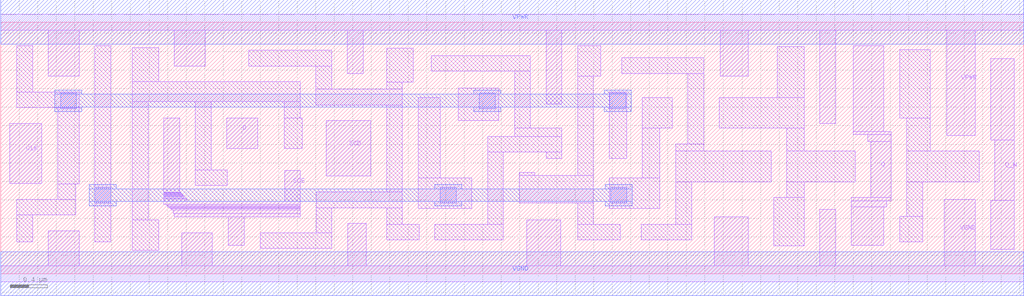
<source format=lef>
# Copyright 2020 The SkyWater PDK Authors
#
# Licensed under the Apache License, Version 2.0 (the "License");
# you may not use this file except in compliance with the License.
# You may obtain a copy of the License at
#
#     https://www.apache.org/licenses/LICENSE-2.0
#
# Unless required by applicable law or agreed to in writing, software
# distributed under the License is distributed on an "AS IS" BASIS,
# WITHOUT WARRANTIES OR CONDITIONS OF ANY KIND, either express or implied.
# See the License for the specific language governing permissions and
# limitations under the License.
#
# SPDX-License-Identifier: Apache-2.0

VERSION 5.5 ;
NAMESCASESENSITIVE ON ;
BUSBITCHARS "[]" ;
DIVIDERCHAR "/" ;
MACRO sky130_fd_sc_hd__sdfxbp_1
  CLASS CORE ;
  SOURCE USER ;
  ORIGIN  0.000000  0.000000 ;
  SIZE  11.04000 BY  2.720000 ;
  SYMMETRY X Y R90 ;
  SITE unithd ;
  PIN D
    ANTENNAGATEAREA  0.159000 ;
    DIRECTION INPUT ;
    USE SIGNAL ;
    PORT
      LAYER li1 ;
        RECT 2.440000 1.355000 2.775000 1.685000 ;
    END
  END D
  PIN Q
    ANTENNADIFFAREA  0.429000 ;
    DIRECTION OUTPUT ;
    USE SIGNAL ;
    PORT
      LAYER li1 ;
        RECT 9.180000 0.305000 9.530000 0.725000 ;
        RECT 9.180000 0.725000 9.560000 0.790000 ;
        RECT 9.180000 0.790000 9.610000 0.825000 ;
        RECT 9.200000 1.505000 9.610000 1.540000 ;
        RECT 9.200000 1.540000 9.530000 2.465000 ;
        RECT 9.355000 1.430000 9.610000 1.505000 ;
        RECT 9.390000 0.825000 9.610000 1.430000 ;
    END
  END Q
  PIN Q_N
    ANTENNADIFFAREA  0.429000 ;
    DIRECTION OUTPUT ;
    USE SIGNAL ;
    PORT
      LAYER li1 ;
        RECT 10.685000 0.265000 10.940000 0.795000 ;
        RECT 10.685000 1.445000 10.940000 2.325000 ;
        RECT 10.730000 0.795000 10.940000 1.445000 ;
    END
  END Q_N
  PIN SCD
    ANTENNAGATEAREA  0.159000 ;
    DIRECTION INPUT ;
    USE SIGNAL ;
    PORT
      LAYER li1 ;
        RECT 3.515000 1.055000 3.995000 1.655000 ;
    END
  END SCD
  PIN SCE
    ANTENNAGATEAREA  0.318000 ;
    DIRECTION INPUT ;
    USE SIGNAL ;
    PORT
      LAYER li1 ;
        RECT 1.760000 0.750000 3.235000 0.785000 ;
        RECT 1.760000 0.785000 2.010000 0.810000 ;
        RECT 1.760000 0.810000 1.990000 0.820000 ;
        RECT 1.760000 0.820000 1.975000 0.835000 ;
        RECT 1.760000 0.835000 1.970000 0.840000 ;
        RECT 1.760000 0.840000 1.965000 0.850000 ;
        RECT 1.760000 0.850000 1.960000 0.855000 ;
        RECT 1.760000 0.855000 1.955000 0.860000 ;
        RECT 1.760000 0.860000 1.950000 0.870000 ;
        RECT 1.760000 0.870000 1.945000 0.875000 ;
        RECT 1.760000 0.875000 1.940000 0.880000 ;
        RECT 1.760000 0.880000 1.930000 1.685000 ;
        RECT 1.790000 0.735000 3.235000 0.750000 ;
        RECT 1.805000 0.725000 3.235000 0.735000 ;
        RECT 1.820000 0.715000 3.235000 0.725000 ;
        RECT 1.830000 0.705000 3.235000 0.715000 ;
        RECT 1.840000 0.690000 3.235000 0.705000 ;
        RECT 1.860000 0.655000 3.235000 0.690000 ;
        RECT 1.875000 0.615000 3.235000 0.655000 ;
        RECT 2.455000 0.305000 2.630000 0.615000 ;
        RECT 3.065000 0.785000 3.235000 1.115000 ;
    END
  END SCE
  PIN CLK
    ANTENNAGATEAREA  0.159000 ;
    DIRECTION INPUT ;
    USE CLOCK ;
    PORT
      LAYER li1 ;
        RECT 0.095000 0.975000 0.445000 1.625000 ;
    END
  END CLK
  PIN VGND
    DIRECTION INOUT ;
    SHAPE ABUTMENT ;
    USE GROUND ;
    PORT
      LAYER li1 ;
        RECT  0.000000 -0.085000 11.040000 0.085000 ;
        RECT  0.515000  0.085000  0.845000 0.465000 ;
        RECT  1.955000  0.085000  2.285000 0.445000 ;
        RECT  3.745000  0.085000  3.945000 0.545000 ;
        RECT  5.675000  0.085000  6.045000 0.585000 ;
        RECT  7.700000  0.085000  8.070000 0.615000 ;
        RECT  8.840000  0.085000  9.010000 0.695000 ;
        RECT 10.185000  0.085000 10.515000 0.805000 ;
    END
    PORT
      LAYER met1 ;
        RECT 0.000000 -0.240000 11.040000 0.240000 ;
    END
  END VGND
  PIN VPWR
    DIRECTION INOUT ;
    SHAPE ABUTMENT ;
    USE POWER ;
    PORT
      LAYER li1 ;
        RECT  0.000000 2.635000 11.040000 2.805000 ;
        RECT  0.515000 2.135000  0.845000 2.635000 ;
        RECT  1.875000 2.245000  2.205000 2.635000 ;
        RECT  3.740000 2.165000  3.910000 2.635000 ;
        RECT  5.885000 1.835000  6.055000 2.635000 ;
        RECT  7.765000 2.135000  8.070000 2.635000 ;
        RECT  8.840000 1.625000  9.010000 2.635000 ;
        RECT 10.210000 1.495000 10.515000 2.635000 ;
    END
    PORT
      LAYER met1 ;
        RECT 0.000000 2.480000 11.040000 2.960000 ;
    END
  END VPWR
  OBS
    LAYER li1 ;
      RECT 0.175000 0.345000  0.345000 0.635000 ;
      RECT 0.175000 0.635000  0.810000 0.805000 ;
      RECT 0.175000 1.795000  0.845000 1.965000 ;
      RECT 0.175000 1.965000  0.345000 2.465000 ;
      RECT 0.615000 0.805000  0.810000 0.970000 ;
      RECT 0.615000 0.970000  0.845000 1.795000 ;
      RECT 1.015000 0.345000  1.185000 2.465000 ;
      RECT 1.420000 0.255000  1.705000 0.585000 ;
      RECT 1.420000 0.585000  1.590000 1.860000 ;
      RECT 1.420000 1.860000  3.230000 2.075000 ;
      RECT 1.420000 2.075000  1.705000 2.445000 ;
      RECT 2.100000 0.955000  2.445000 1.125000 ;
      RECT 2.100000 1.125000  2.270000 1.860000 ;
      RECT 2.675000 2.245000  3.570000 2.415000 ;
      RECT 2.800000 0.275000  3.575000 0.445000 ;
      RECT 3.060000 1.355000  3.255000 1.685000 ;
      RECT 3.060000 1.685000  3.230000 1.860000 ;
      RECT 3.400000 1.825000  4.335000 1.995000 ;
      RECT 3.400000 1.995000  3.570000 2.245000 ;
      RECT 3.405000 0.445000  3.575000 0.715000 ;
      RECT 3.405000 0.715000  4.335000 0.885000 ;
      RECT 4.165000 0.365000  4.515000 0.535000 ;
      RECT 4.165000 0.535000  4.335000 0.715000 ;
      RECT 4.165000 0.885000  4.335000 1.825000 ;
      RECT 4.165000 1.995000  4.335000 2.070000 ;
      RECT 4.165000 2.070000  4.450000 2.440000 ;
      RECT 4.505000 0.705000  5.085000 1.035000 ;
      RECT 4.505000 1.035000  4.745000 1.905000 ;
      RECT 4.645000 2.190000  5.715000 2.360000 ;
      RECT 4.685000 0.365000  5.425000 0.535000 ;
      RECT 4.935000 1.655000  5.375000 2.010000 ;
      RECT 5.255000 0.535000  5.425000 1.315000 ;
      RECT 5.255000 1.315000  6.055000 1.485000 ;
      RECT 5.545000 1.485000  6.055000 1.575000 ;
      RECT 5.545000 1.575000  5.715000 2.190000 ;
      RECT 5.595000 0.765000  6.395000 1.065000 ;
      RECT 5.595000 1.065000  5.765000 1.095000 ;
      RECT 5.885000 1.245000  6.055000 1.315000 ;
      RECT 6.225000 0.365000  6.685000 0.535000 ;
      RECT 6.225000 0.535000  6.395000 0.765000 ;
      RECT 6.225000 1.065000  6.395000 2.135000 ;
      RECT 6.225000 2.135000  6.475000 2.465000 ;
      RECT 6.565000 0.705000  7.115000 1.035000 ;
      RECT 6.565000 1.245000  6.755000 1.965000 ;
      RECT 6.700000 2.165000  7.585000 2.335000 ;
      RECT 6.915000 0.365000  7.455000 0.535000 ;
      RECT 6.925000 1.035000  7.115000 1.575000 ;
      RECT 6.925000 1.575000  7.245000 1.905000 ;
      RECT 7.285000 0.535000  7.455000 0.995000 ;
      RECT 7.285000 0.995000  8.315000 1.325000 ;
      RECT 7.285000 1.325000  7.585000 1.405000 ;
      RECT 7.415000 1.405000  7.585000 2.165000 ;
      RECT 7.755000 1.575000  8.670000 1.905000 ;
      RECT 8.340000 0.300000  8.670000 0.825000 ;
      RECT 8.380000 1.905000  8.670000 2.455000 ;
      RECT 8.485000 0.825000  8.670000 0.995000 ;
      RECT 8.485000 0.995000  9.220000 1.325000 ;
      RECT 8.485000 1.325000  8.670000 1.575000 ;
      RECT 9.700000 0.345000  9.950000 0.620000 ;
      RECT 9.700000 1.685000 10.030000 2.425000 ;
      RECT 9.780000 0.620000  9.950000 0.995000 ;
      RECT 9.780000 0.995000 10.560000 1.325000 ;
      RECT 9.780000 1.325000 10.030000 1.685000 ;
    LAYER mcon ;
      RECT 0.645000 1.785000 0.815000 1.955000 ;
      RECT 1.015000 0.765000 1.185000 0.935000 ;
      RECT 4.745000 0.765000 4.915000 0.935000 ;
      RECT 5.165000 1.785000 5.335000 1.955000 ;
      RECT 6.575000 1.785000 6.745000 1.955000 ;
      RECT 6.585000 0.765000 6.755000 0.935000 ;
    LAYER met1 ;
      RECT 0.585000 1.755000 0.875000 1.800000 ;
      RECT 0.585000 1.800000 6.805000 1.940000 ;
      RECT 0.585000 1.940000 0.875000 1.985000 ;
      RECT 0.955000 0.735000 1.245000 0.780000 ;
      RECT 0.955000 0.780000 6.815000 0.920000 ;
      RECT 0.955000 0.920000 1.245000 0.965000 ;
      RECT 4.685000 0.735000 4.975000 0.780000 ;
      RECT 4.685000 0.920000 4.975000 0.965000 ;
      RECT 5.105000 1.755000 5.395000 1.800000 ;
      RECT 5.105000 1.940000 5.395000 1.985000 ;
      RECT 6.515000 1.755000 6.805000 1.800000 ;
      RECT 6.515000 1.940000 6.805000 1.985000 ;
      RECT 6.525000 0.735000 6.815000 0.780000 ;
      RECT 6.525000 0.920000 6.815000 0.965000 ;
  END
END sky130_fd_sc_hd__sdfxbp_1

</source>
